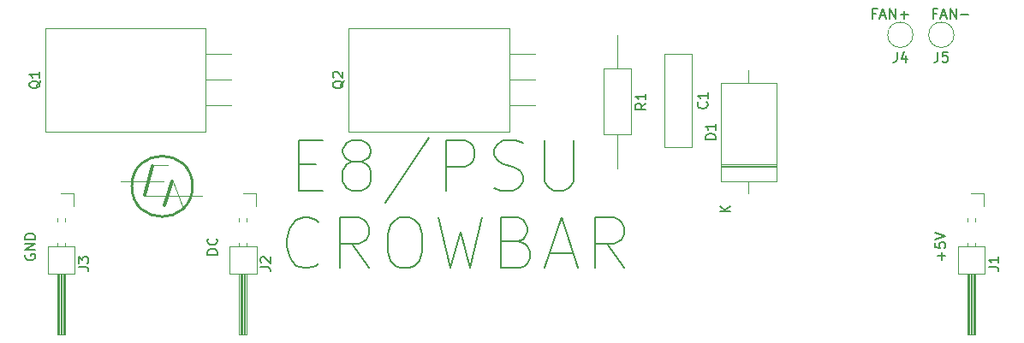
<source format=gbr>
%TF.GenerationSoftware,KiCad,Pcbnew,(5.1.10-1-10_14)*%
%TF.CreationDate,2022-02-01T15:02:41+11:00*%
%TF.ProjectId,EDUC-8 Crowbar,45445543-2d38-4204-9372-6f776261722e,rev?*%
%TF.SameCoordinates,Original*%
%TF.FileFunction,Legend,Top*%
%TF.FilePolarity,Positive*%
%FSLAX46Y46*%
G04 Gerber Fmt 4.6, Leading zero omitted, Abs format (unit mm)*
G04 Created by KiCad (PCBNEW (5.1.10-1-10_14)) date 2022-02-01 15:02:41*
%MOMM*%
%LPD*%
G01*
G04 APERTURE LIST*
%ADD10C,0.150000*%
%ADD11C,0.120000*%
%ADD12C,0.300000*%
%ADD13C,0.240000*%
G04 APERTURE END LIST*
D10*
X123523809Y-120817857D02*
X125190476Y-120817857D01*
X125904761Y-123436904D02*
X123523809Y-123436904D01*
X123523809Y-118436904D01*
X125904761Y-118436904D01*
X128761904Y-120579761D02*
X128285714Y-120341666D01*
X128047619Y-120103571D01*
X127809523Y-119627380D01*
X127809523Y-119389285D01*
X128047619Y-118913095D01*
X128285714Y-118675000D01*
X128761904Y-118436904D01*
X129714285Y-118436904D01*
X130190476Y-118675000D01*
X130428571Y-118913095D01*
X130666666Y-119389285D01*
X130666666Y-119627380D01*
X130428571Y-120103571D01*
X130190476Y-120341666D01*
X129714285Y-120579761D01*
X128761904Y-120579761D01*
X128285714Y-120817857D01*
X128047619Y-121055952D01*
X127809523Y-121532142D01*
X127809523Y-122484523D01*
X128047619Y-122960714D01*
X128285714Y-123198809D01*
X128761904Y-123436904D01*
X129714285Y-123436904D01*
X130190476Y-123198809D01*
X130428571Y-122960714D01*
X130666666Y-122484523D01*
X130666666Y-121532142D01*
X130428571Y-121055952D01*
X130190476Y-120817857D01*
X129714285Y-120579761D01*
X136380952Y-118198809D02*
X132095238Y-124627380D01*
X138047619Y-123436904D02*
X138047619Y-118436904D01*
X139952380Y-118436904D01*
X140428571Y-118675000D01*
X140666666Y-118913095D01*
X140904761Y-119389285D01*
X140904761Y-120103571D01*
X140666666Y-120579761D01*
X140428571Y-120817857D01*
X139952380Y-121055952D01*
X138047619Y-121055952D01*
X142809523Y-123198809D02*
X143523809Y-123436904D01*
X144714285Y-123436904D01*
X145190476Y-123198809D01*
X145428571Y-122960714D01*
X145666666Y-122484523D01*
X145666666Y-122008333D01*
X145428571Y-121532142D01*
X145190476Y-121294047D01*
X144714285Y-121055952D01*
X143761904Y-120817857D01*
X143285714Y-120579761D01*
X143047619Y-120341666D01*
X142809523Y-119865476D01*
X142809523Y-119389285D01*
X143047619Y-118913095D01*
X143285714Y-118675000D01*
X143761904Y-118436904D01*
X144952380Y-118436904D01*
X145666666Y-118675000D01*
X147809523Y-118436904D02*
X147809523Y-122484523D01*
X148047619Y-122960714D01*
X148285714Y-123198809D01*
X148761904Y-123436904D01*
X149714285Y-123436904D01*
X150190476Y-123198809D01*
X150428571Y-122960714D01*
X150666666Y-122484523D01*
X150666666Y-118436904D01*
X125428571Y-130610714D02*
X125190476Y-130848809D01*
X124476190Y-131086904D01*
X124000000Y-131086904D01*
X123285714Y-130848809D01*
X122809523Y-130372619D01*
X122571428Y-129896428D01*
X122333333Y-128944047D01*
X122333333Y-128229761D01*
X122571428Y-127277380D01*
X122809523Y-126801190D01*
X123285714Y-126325000D01*
X124000000Y-126086904D01*
X124476190Y-126086904D01*
X125190476Y-126325000D01*
X125428571Y-126563095D01*
X130428571Y-131086904D02*
X128761904Y-128705952D01*
X127571428Y-131086904D02*
X127571428Y-126086904D01*
X129476190Y-126086904D01*
X129952380Y-126325000D01*
X130190476Y-126563095D01*
X130428571Y-127039285D01*
X130428571Y-127753571D01*
X130190476Y-128229761D01*
X129952380Y-128467857D01*
X129476190Y-128705952D01*
X127571428Y-128705952D01*
X133523809Y-126086904D02*
X134476190Y-126086904D01*
X134952380Y-126325000D01*
X135428571Y-126801190D01*
X135666666Y-127753571D01*
X135666666Y-129420238D01*
X135428571Y-130372619D01*
X134952380Y-130848809D01*
X134476190Y-131086904D01*
X133523809Y-131086904D01*
X133047619Y-130848809D01*
X132571428Y-130372619D01*
X132333333Y-129420238D01*
X132333333Y-127753571D01*
X132571428Y-126801190D01*
X133047619Y-126325000D01*
X133523809Y-126086904D01*
X137333333Y-126086904D02*
X138523809Y-131086904D01*
X139476190Y-127515476D01*
X140428571Y-131086904D01*
X141619047Y-126086904D01*
X145190476Y-128467857D02*
X145904761Y-128705952D01*
X146142857Y-128944047D01*
X146380952Y-129420238D01*
X146380952Y-130134523D01*
X146142857Y-130610714D01*
X145904761Y-130848809D01*
X145428571Y-131086904D01*
X143523809Y-131086904D01*
X143523809Y-126086904D01*
X145190476Y-126086904D01*
X145666666Y-126325000D01*
X145904761Y-126563095D01*
X146142857Y-127039285D01*
X146142857Y-127515476D01*
X145904761Y-127991666D01*
X145666666Y-128229761D01*
X145190476Y-128467857D01*
X143523809Y-128467857D01*
X148285714Y-129658333D02*
X150666666Y-129658333D01*
X147809523Y-131086904D02*
X149476190Y-126086904D01*
X151142857Y-131086904D01*
X155666666Y-131086904D02*
X154000000Y-128705952D01*
X152809523Y-131086904D02*
X152809523Y-126086904D01*
X154714285Y-126086904D01*
X155190476Y-126325000D01*
X155428571Y-126563095D01*
X155666666Y-127039285D01*
X155666666Y-127753571D01*
X155428571Y-128229761D01*
X155190476Y-128467857D01*
X154714285Y-128705952D01*
X152809523Y-128705952D01*
D11*
%TO.C,J5*%
X188301000Y-108000000D02*
G75*
G03*
X188301000Y-108000000I-1251000J0D01*
G01*
%TO.C,J4*%
X184251000Y-108000000D02*
G75*
G03*
X184251000Y-108000000I-1251000J0D01*
G01*
%TO.C,REF\u002A\u002A*%
X111040000Y-122490000D02*
X112000000Y-124960000D01*
D12*
X111000000Y-122500000D02*
X110200000Y-124900000D01*
D11*
X108250000Y-123950000D02*
X113950000Y-123950000D01*
X105910000Y-122470000D02*
X110110000Y-122470000D01*
X108960000Y-120930000D02*
X110570000Y-120930000D01*
D12*
X109000000Y-121000000D02*
X108300000Y-123900000D01*
D13*
X113000000Y-123000000D02*
G75*
G03*
X113000000Y-123000000I-3000000J0D01*
G01*
D11*
%TO.C,Q2*%
X144310000Y-109920000D02*
X146850000Y-109920000D01*
X144310000Y-112460000D02*
X146850000Y-112460000D01*
X144310000Y-115000000D02*
X146850000Y-115000000D01*
X128420000Y-107340000D02*
X144310000Y-107340000D01*
X128420000Y-117580000D02*
X144310000Y-117580000D01*
X128420000Y-117580000D02*
X128420000Y-107340000D01*
X144310000Y-117580000D02*
X144310000Y-107340000D01*
%TO.C,R1*%
X155000000Y-121200000D02*
X155000000Y-117890000D01*
X155000000Y-108040000D02*
X155000000Y-111350000D01*
X156370000Y-117890000D02*
X156370000Y-111350000D01*
X153630000Y-117890000D02*
X156370000Y-117890000D01*
X153630000Y-111350000D02*
X153630000Y-117890000D01*
X156370000Y-111350000D02*
X153630000Y-111350000D01*
%TO.C,Q1*%
X114310000Y-109920000D02*
X116850000Y-109920000D01*
X114310000Y-112460000D02*
X116850000Y-112460000D01*
X114310000Y-115000000D02*
X116850000Y-115000000D01*
X98420000Y-107340000D02*
X114310000Y-107340000D01*
X98420000Y-117580000D02*
X114310000Y-117580000D01*
X98420000Y-117580000D02*
X98420000Y-107340000D01*
X114310000Y-117580000D02*
X114310000Y-107340000D01*
%TO.C,J3*%
X101270000Y-123730000D02*
X101270000Y-125000000D01*
X100000000Y-123730000D02*
X101270000Y-123730000D01*
X99620000Y-126110000D02*
X99620000Y-126497071D01*
X100380000Y-126110000D02*
X100380000Y-126497071D01*
X99620000Y-128582929D02*
X99620000Y-128980000D01*
X100380000Y-128582929D02*
X100380000Y-128980000D01*
X99720000Y-131640000D02*
X99720000Y-137640000D01*
X99840000Y-131640000D02*
X99840000Y-137640000D01*
X99960000Y-131640000D02*
X99960000Y-137640000D01*
X100080000Y-131640000D02*
X100080000Y-137640000D01*
X100200000Y-131640000D02*
X100200000Y-137640000D01*
X100320000Y-131640000D02*
X100320000Y-137640000D01*
X99620000Y-137640000D02*
X99620000Y-131640000D01*
X100380000Y-137640000D02*
X99620000Y-137640000D01*
X100380000Y-131640000D02*
X100380000Y-137640000D01*
X101330000Y-131640000D02*
X101330000Y-128980000D01*
X98670000Y-131640000D02*
X101330000Y-131640000D01*
X98670000Y-128980000D02*
X98670000Y-131640000D01*
X101330000Y-128980000D02*
X98670000Y-128980000D01*
%TO.C,J2*%
X119270000Y-123730000D02*
X119270000Y-125000000D01*
X118000000Y-123730000D02*
X119270000Y-123730000D01*
X117620000Y-126110000D02*
X117620000Y-126497071D01*
X118380000Y-126110000D02*
X118380000Y-126497071D01*
X117620000Y-128582929D02*
X117620000Y-128980000D01*
X118380000Y-128582929D02*
X118380000Y-128980000D01*
X117720000Y-131640000D02*
X117720000Y-137640000D01*
X117840000Y-131640000D02*
X117840000Y-137640000D01*
X117960000Y-131640000D02*
X117960000Y-137640000D01*
X118080000Y-131640000D02*
X118080000Y-137640000D01*
X118200000Y-131640000D02*
X118200000Y-137640000D01*
X118320000Y-131640000D02*
X118320000Y-137640000D01*
X117620000Y-137640000D02*
X117620000Y-131640000D01*
X118380000Y-137640000D02*
X117620000Y-137640000D01*
X118380000Y-131640000D02*
X118380000Y-137640000D01*
X119330000Y-131640000D02*
X119330000Y-128980000D01*
X116670000Y-131640000D02*
X119330000Y-131640000D01*
X116670000Y-128980000D02*
X116670000Y-131640000D01*
X119330000Y-128980000D02*
X116670000Y-128980000D01*
%TO.C,J1*%
X191270000Y-123730000D02*
X191270000Y-125000000D01*
X190000000Y-123730000D02*
X191270000Y-123730000D01*
X189620000Y-126110000D02*
X189620000Y-126497071D01*
X190380000Y-126110000D02*
X190380000Y-126497071D01*
X189620000Y-128582929D02*
X189620000Y-128980000D01*
X190380000Y-128582929D02*
X190380000Y-128980000D01*
X189720000Y-131640000D02*
X189720000Y-137640000D01*
X189840000Y-131640000D02*
X189840000Y-137640000D01*
X189960000Y-131640000D02*
X189960000Y-137640000D01*
X190080000Y-131640000D02*
X190080000Y-137640000D01*
X190200000Y-131640000D02*
X190200000Y-137640000D01*
X190320000Y-131640000D02*
X190320000Y-137640000D01*
X189620000Y-137640000D02*
X189620000Y-131640000D01*
X190380000Y-137640000D02*
X189620000Y-137640000D01*
X190380000Y-131640000D02*
X190380000Y-137640000D01*
X191330000Y-131640000D02*
X191330000Y-128980000D01*
X188670000Y-131640000D02*
X191330000Y-131640000D01*
X188670000Y-128980000D02*
X188670000Y-131640000D01*
X191330000Y-128980000D02*
X188670000Y-128980000D01*
%TO.C,D1*%
X165275000Y-121075500D02*
X170725000Y-121075500D01*
X165275000Y-120835500D02*
X170725000Y-120835500D01*
X165275000Y-120955500D02*
X170725000Y-120955500D01*
X168000000Y-111540000D02*
X168000000Y-112735000D01*
X168000000Y-123700000D02*
X168000000Y-122505000D01*
X165275000Y-112735000D02*
X165275000Y-122505000D01*
X170725000Y-112735000D02*
X165275000Y-112735000D01*
X170725000Y-122505000D02*
X170725000Y-112735000D01*
X165275000Y-122505000D02*
X170725000Y-122505000D01*
%TO.C,C1*%
X162370000Y-119120000D02*
X159630000Y-119120000D01*
X162370000Y-109880000D02*
X159630000Y-109880000D01*
X159630000Y-109880000D02*
X159630000Y-119120000D01*
X162370000Y-109880000D02*
X162370000Y-119120000D01*
%TO.C,J5*%
D10*
X186716666Y-109702380D02*
X186716666Y-110416666D01*
X186669047Y-110559523D01*
X186573809Y-110654761D01*
X186430952Y-110702380D01*
X186335714Y-110702380D01*
X187669047Y-109702380D02*
X187192857Y-109702380D01*
X187145238Y-110178571D01*
X187192857Y-110130952D01*
X187288095Y-110083333D01*
X187526190Y-110083333D01*
X187621428Y-110130952D01*
X187669047Y-110178571D01*
X187716666Y-110273809D01*
X187716666Y-110511904D01*
X187669047Y-110607142D01*
X187621428Y-110654761D01*
X187526190Y-110702380D01*
X187288095Y-110702380D01*
X187192857Y-110654761D01*
X187145238Y-110607142D01*
X186571428Y-105878571D02*
X186238095Y-105878571D01*
X186238095Y-106402380D02*
X186238095Y-105402380D01*
X186714285Y-105402380D01*
X187047619Y-106116666D02*
X187523809Y-106116666D01*
X186952380Y-106402380D02*
X187285714Y-105402380D01*
X187619047Y-106402380D01*
X187952380Y-106402380D02*
X187952380Y-105402380D01*
X188523809Y-106402380D01*
X188523809Y-105402380D01*
X189000000Y-106021428D02*
X189761904Y-106021428D01*
%TO.C,J4*%
X182666666Y-109702380D02*
X182666666Y-110416666D01*
X182619047Y-110559523D01*
X182523809Y-110654761D01*
X182380952Y-110702380D01*
X182285714Y-110702380D01*
X183571428Y-110035714D02*
X183571428Y-110702380D01*
X183333333Y-109654761D02*
X183095238Y-110369047D01*
X183714285Y-110369047D01*
X180571428Y-105878571D02*
X180238095Y-105878571D01*
X180238095Y-106402380D02*
X180238095Y-105402380D01*
X180714285Y-105402380D01*
X181047619Y-106116666D02*
X181523809Y-106116666D01*
X180952380Y-106402380D02*
X181285714Y-105402380D01*
X181619047Y-106402380D01*
X181952380Y-106402380D02*
X181952380Y-105402380D01*
X182523809Y-106402380D01*
X182523809Y-105402380D01*
X183000000Y-106021428D02*
X183761904Y-106021428D01*
X183380952Y-106402380D02*
X183380952Y-105640476D01*
%TO.C,Q2*%
X127967619Y-112555238D02*
X127920000Y-112650476D01*
X127824761Y-112745714D01*
X127681904Y-112888571D01*
X127634285Y-112983809D01*
X127634285Y-113079047D01*
X127872380Y-113031428D02*
X127824761Y-113126666D01*
X127729523Y-113221904D01*
X127539047Y-113269523D01*
X127205714Y-113269523D01*
X127015238Y-113221904D01*
X126920000Y-113126666D01*
X126872380Y-113031428D01*
X126872380Y-112840952D01*
X126920000Y-112745714D01*
X127015238Y-112650476D01*
X127205714Y-112602857D01*
X127539047Y-112602857D01*
X127729523Y-112650476D01*
X127824761Y-112745714D01*
X127872380Y-112840952D01*
X127872380Y-113031428D01*
X126967619Y-112221904D02*
X126920000Y-112174285D01*
X126872380Y-112079047D01*
X126872380Y-111840952D01*
X126920000Y-111745714D01*
X126967619Y-111698095D01*
X127062857Y-111650476D01*
X127158095Y-111650476D01*
X127300952Y-111698095D01*
X127872380Y-112269523D01*
X127872380Y-111650476D01*
%TO.C,R1*%
X157822380Y-114786666D02*
X157346190Y-115120000D01*
X157822380Y-115358095D02*
X156822380Y-115358095D01*
X156822380Y-114977142D01*
X156870000Y-114881904D01*
X156917619Y-114834285D01*
X157012857Y-114786666D01*
X157155714Y-114786666D01*
X157250952Y-114834285D01*
X157298571Y-114881904D01*
X157346190Y-114977142D01*
X157346190Y-115358095D01*
X157822380Y-113834285D02*
X157822380Y-114405714D01*
X157822380Y-114120000D02*
X156822380Y-114120000D01*
X156965238Y-114215238D01*
X157060476Y-114310476D01*
X157108095Y-114405714D01*
%TO.C,Q1*%
X97967619Y-112555238D02*
X97920000Y-112650476D01*
X97824761Y-112745714D01*
X97681904Y-112888571D01*
X97634285Y-112983809D01*
X97634285Y-113079047D01*
X97872380Y-113031428D02*
X97824761Y-113126666D01*
X97729523Y-113221904D01*
X97539047Y-113269523D01*
X97205714Y-113269523D01*
X97015238Y-113221904D01*
X96920000Y-113126666D01*
X96872380Y-113031428D01*
X96872380Y-112840952D01*
X96920000Y-112745714D01*
X97015238Y-112650476D01*
X97205714Y-112602857D01*
X97539047Y-112602857D01*
X97729523Y-112650476D01*
X97824761Y-112745714D01*
X97872380Y-112840952D01*
X97872380Y-113031428D01*
X97872380Y-111650476D02*
X97872380Y-112221904D01*
X97872380Y-111936190D02*
X96872380Y-111936190D01*
X97015238Y-112031428D01*
X97110476Y-112126666D01*
X97158095Y-112221904D01*
%TO.C,J3*%
X101722380Y-130988333D02*
X102436666Y-130988333D01*
X102579523Y-131035952D01*
X102674761Y-131131190D01*
X102722380Y-131274047D01*
X102722380Y-131369285D01*
X101722380Y-130607380D02*
X101722380Y-129988333D01*
X102103333Y-130321666D01*
X102103333Y-130178809D01*
X102150952Y-130083571D01*
X102198571Y-130035952D01*
X102293809Y-129988333D01*
X102531904Y-129988333D01*
X102627142Y-130035952D01*
X102674761Y-130083571D01*
X102722380Y-130178809D01*
X102722380Y-130464523D01*
X102674761Y-130559761D01*
X102627142Y-130607380D01*
X96500000Y-129761904D02*
X96452380Y-129857142D01*
X96452380Y-130000000D01*
X96500000Y-130142857D01*
X96595238Y-130238095D01*
X96690476Y-130285714D01*
X96880952Y-130333333D01*
X97023809Y-130333333D01*
X97214285Y-130285714D01*
X97309523Y-130238095D01*
X97404761Y-130142857D01*
X97452380Y-130000000D01*
X97452380Y-129904761D01*
X97404761Y-129761904D01*
X97357142Y-129714285D01*
X97023809Y-129714285D01*
X97023809Y-129904761D01*
X97452380Y-129285714D02*
X96452380Y-129285714D01*
X97452380Y-128714285D01*
X96452380Y-128714285D01*
X97452380Y-128238095D02*
X96452380Y-128238095D01*
X96452380Y-128000000D01*
X96500000Y-127857142D01*
X96595238Y-127761904D01*
X96690476Y-127714285D01*
X96880952Y-127666666D01*
X97023809Y-127666666D01*
X97214285Y-127714285D01*
X97309523Y-127761904D01*
X97404761Y-127857142D01*
X97452380Y-128000000D01*
X97452380Y-128238095D01*
%TO.C,J2*%
X119722380Y-130988333D02*
X120436666Y-130988333D01*
X120579523Y-131035952D01*
X120674761Y-131131190D01*
X120722380Y-131274047D01*
X120722380Y-131369285D01*
X119817619Y-130559761D02*
X119770000Y-130512142D01*
X119722380Y-130416904D01*
X119722380Y-130178809D01*
X119770000Y-130083571D01*
X119817619Y-130035952D01*
X119912857Y-129988333D01*
X120008095Y-129988333D01*
X120150952Y-130035952D01*
X120722380Y-130607380D01*
X120722380Y-129988333D01*
X115452380Y-129761904D02*
X114452380Y-129761904D01*
X114452380Y-129523809D01*
X114500000Y-129380952D01*
X114595238Y-129285714D01*
X114690476Y-129238095D01*
X114880952Y-129190476D01*
X115023809Y-129190476D01*
X115214285Y-129238095D01*
X115309523Y-129285714D01*
X115404761Y-129380952D01*
X115452380Y-129523809D01*
X115452380Y-129761904D01*
X115357142Y-128190476D02*
X115404761Y-128238095D01*
X115452380Y-128380952D01*
X115452380Y-128476190D01*
X115404761Y-128619047D01*
X115309523Y-128714285D01*
X115214285Y-128761904D01*
X115023809Y-128809523D01*
X114880952Y-128809523D01*
X114690476Y-128761904D01*
X114595238Y-128714285D01*
X114500000Y-128619047D01*
X114452380Y-128476190D01*
X114452380Y-128380952D01*
X114500000Y-128238095D01*
X114547619Y-128190476D01*
%TO.C,J1*%
X191722380Y-130988333D02*
X192436666Y-130988333D01*
X192579523Y-131035952D01*
X192674761Y-131131190D01*
X192722380Y-131274047D01*
X192722380Y-131369285D01*
X192722380Y-129988333D02*
X192722380Y-130559761D01*
X192722380Y-130274047D02*
X191722380Y-130274047D01*
X191865238Y-130369285D01*
X191960476Y-130464523D01*
X192008095Y-130559761D01*
X187071428Y-130285714D02*
X187071428Y-129523809D01*
X187452380Y-129904761D02*
X186690476Y-129904761D01*
X186452380Y-128571428D02*
X186452380Y-129047619D01*
X186928571Y-129095238D01*
X186880952Y-129047619D01*
X186833333Y-128952380D01*
X186833333Y-128714285D01*
X186880952Y-128619047D01*
X186928571Y-128571428D01*
X187023809Y-128523809D01*
X187261904Y-128523809D01*
X187357142Y-128571428D01*
X187404761Y-128619047D01*
X187452380Y-128714285D01*
X187452380Y-128952380D01*
X187404761Y-129047619D01*
X187357142Y-129095238D01*
X186452380Y-128238095D02*
X187452380Y-127904761D01*
X186452380Y-127571428D01*
%TO.C,D1*%
X164727380Y-118358095D02*
X163727380Y-118358095D01*
X163727380Y-118120000D01*
X163775000Y-117977142D01*
X163870238Y-117881904D01*
X163965476Y-117834285D01*
X164155952Y-117786666D01*
X164298809Y-117786666D01*
X164489285Y-117834285D01*
X164584523Y-117881904D01*
X164679761Y-117977142D01*
X164727380Y-118120000D01*
X164727380Y-118358095D01*
X164727380Y-116834285D02*
X164727380Y-117405714D01*
X164727380Y-117120000D02*
X163727380Y-117120000D01*
X163870238Y-117215238D01*
X163965476Y-117310476D01*
X164013095Y-117405714D01*
X166152380Y-125501904D02*
X165152380Y-125501904D01*
X166152380Y-124930476D02*
X165580952Y-125359047D01*
X165152380Y-124930476D02*
X165723809Y-125501904D01*
%TO.C,C1*%
X163857142Y-114666666D02*
X163904761Y-114714285D01*
X163952380Y-114857142D01*
X163952380Y-114952380D01*
X163904761Y-115095238D01*
X163809523Y-115190476D01*
X163714285Y-115238095D01*
X163523809Y-115285714D01*
X163380952Y-115285714D01*
X163190476Y-115238095D01*
X163095238Y-115190476D01*
X163000000Y-115095238D01*
X162952380Y-114952380D01*
X162952380Y-114857142D01*
X163000000Y-114714285D01*
X163047619Y-114666666D01*
X163952380Y-113714285D02*
X163952380Y-114285714D01*
X163952380Y-114000000D02*
X162952380Y-114000000D01*
X163095238Y-114095238D01*
X163190476Y-114190476D01*
X163238095Y-114285714D01*
%TD*%
M02*

</source>
